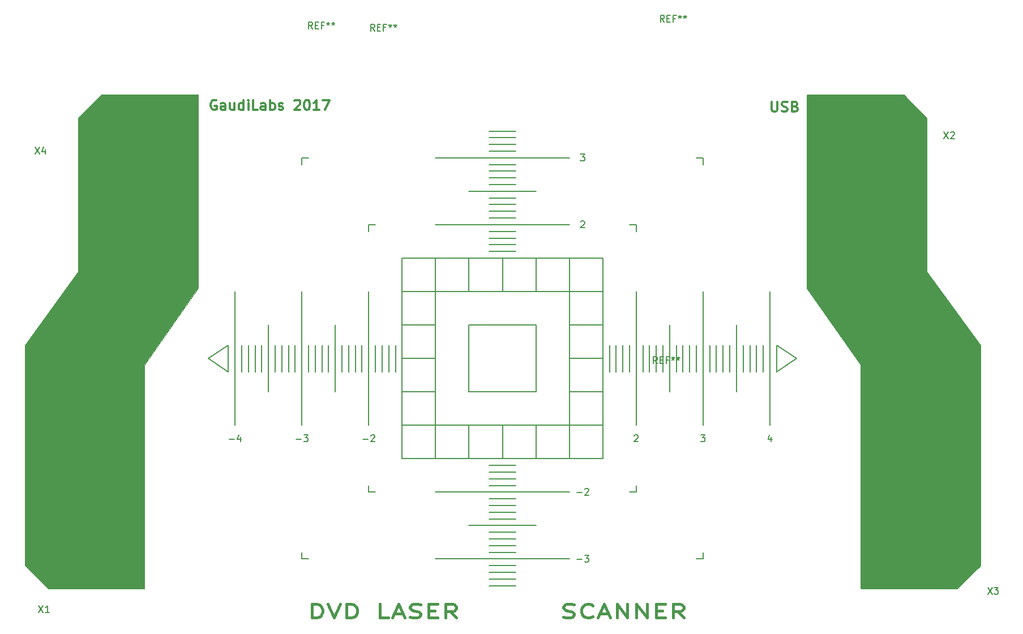
<source format=gbr>
G04 #@! TF.GenerationSoftware,KiCad,Pcbnew,5.0.2-bee76a0~70~ubuntu18.04.1*
G04 #@! TF.CreationDate,2020-10-17T11:56:47+02:00*
G04 #@! TF.ProjectId,DVDLaserScanner,4456444c-6173-4657-9253-63616e6e6572,rev?*
G04 #@! TF.SameCoordinates,Original*
G04 #@! TF.FileFunction,Legend,Top*
G04 #@! TF.FilePolarity,Positive*
%FSLAX46Y46*%
G04 Gerber Fmt 4.6, Leading zero omitted, Abs format (unit mm)*
G04 Created by KiCad (PCBNEW 5.0.2-bee76a0~70~ubuntu18.04.1) date Sa 17 Okt 2020 11:56:47 CEST*
%MOMM*%
%LPD*%
G01*
G04 APERTURE LIST*
%ADD10C,0.300000*%
%ADD11C,0.400000*%
%ADD12C,0.150000*%
%ADD13C,0.050000*%
%ADD14C,0.100000*%
%ADD15C,0.254000*%
G04 APERTURE END LIST*
D10*
X135267142Y-41596571D02*
X135267142Y-42810857D01*
X135338571Y-42953714D01*
X135410000Y-43025142D01*
X135552857Y-43096571D01*
X135838571Y-43096571D01*
X135981428Y-43025142D01*
X136052857Y-42953714D01*
X136124285Y-42810857D01*
X136124285Y-41596571D01*
X136767142Y-43025142D02*
X136981428Y-43096571D01*
X137338571Y-43096571D01*
X137481428Y-43025142D01*
X137552857Y-42953714D01*
X137624285Y-42810857D01*
X137624285Y-42668000D01*
X137552857Y-42525142D01*
X137481428Y-42453714D01*
X137338571Y-42382285D01*
X137052857Y-42310857D01*
X136910000Y-42239428D01*
X136838571Y-42168000D01*
X136767142Y-42025142D01*
X136767142Y-41882285D01*
X136838571Y-41739428D01*
X136910000Y-41668000D01*
X137052857Y-41596571D01*
X137410000Y-41596571D01*
X137624285Y-41668000D01*
X138767142Y-42310857D02*
X138981428Y-42382285D01*
X139052857Y-42453714D01*
X139124285Y-42596571D01*
X139124285Y-42810857D01*
X139052857Y-42953714D01*
X138981428Y-43025142D01*
X138838571Y-43096571D01*
X138267142Y-43096571D01*
X138267142Y-41596571D01*
X138767142Y-41596571D01*
X138910000Y-41668000D01*
X138981428Y-41739428D01*
X139052857Y-41882285D01*
X139052857Y-42025142D01*
X138981428Y-42168000D01*
X138910000Y-42239428D01*
X138767142Y-42310857D01*
X138267142Y-42310857D01*
X52198000Y-41414000D02*
X52055142Y-41342571D01*
X51840857Y-41342571D01*
X51626571Y-41414000D01*
X51483714Y-41556857D01*
X51412285Y-41699714D01*
X51340857Y-41985428D01*
X51340857Y-42199714D01*
X51412285Y-42485428D01*
X51483714Y-42628285D01*
X51626571Y-42771142D01*
X51840857Y-42842571D01*
X51983714Y-42842571D01*
X52198000Y-42771142D01*
X52269428Y-42699714D01*
X52269428Y-42199714D01*
X51983714Y-42199714D01*
X53555142Y-42842571D02*
X53555142Y-42056857D01*
X53483714Y-41914000D01*
X53340857Y-41842571D01*
X53055142Y-41842571D01*
X52912285Y-41914000D01*
X53555142Y-42771142D02*
X53412285Y-42842571D01*
X53055142Y-42842571D01*
X52912285Y-42771142D01*
X52840857Y-42628285D01*
X52840857Y-42485428D01*
X52912285Y-42342571D01*
X53055142Y-42271142D01*
X53412285Y-42271142D01*
X53555142Y-42199714D01*
X54912285Y-41842571D02*
X54912285Y-42842571D01*
X54269428Y-41842571D02*
X54269428Y-42628285D01*
X54340857Y-42771142D01*
X54483714Y-42842571D01*
X54698000Y-42842571D01*
X54840857Y-42771142D01*
X54912285Y-42699714D01*
X56269428Y-42842571D02*
X56269428Y-41342571D01*
X56269428Y-42771142D02*
X56126571Y-42842571D01*
X55840857Y-42842571D01*
X55698000Y-42771142D01*
X55626571Y-42699714D01*
X55555142Y-42556857D01*
X55555142Y-42128285D01*
X55626571Y-41985428D01*
X55698000Y-41914000D01*
X55840857Y-41842571D01*
X56126571Y-41842571D01*
X56269428Y-41914000D01*
X56983714Y-42842571D02*
X56983714Y-41842571D01*
X56983714Y-41342571D02*
X56912285Y-41414000D01*
X56983714Y-41485428D01*
X57055142Y-41414000D01*
X56983714Y-41342571D01*
X56983714Y-41485428D01*
X58412285Y-42842571D02*
X57698000Y-42842571D01*
X57698000Y-41342571D01*
X59555142Y-42842571D02*
X59555142Y-42056857D01*
X59483714Y-41914000D01*
X59340857Y-41842571D01*
X59055142Y-41842571D01*
X58912285Y-41914000D01*
X59555142Y-42771142D02*
X59412285Y-42842571D01*
X59055142Y-42842571D01*
X58912285Y-42771142D01*
X58840857Y-42628285D01*
X58840857Y-42485428D01*
X58912285Y-42342571D01*
X59055142Y-42271142D01*
X59412285Y-42271142D01*
X59555142Y-42199714D01*
X60269428Y-42842571D02*
X60269428Y-41342571D01*
X60269428Y-41914000D02*
X60412285Y-41842571D01*
X60698000Y-41842571D01*
X60840857Y-41914000D01*
X60912285Y-41985428D01*
X60983714Y-42128285D01*
X60983714Y-42556857D01*
X60912285Y-42699714D01*
X60840857Y-42771142D01*
X60698000Y-42842571D01*
X60412285Y-42842571D01*
X60269428Y-42771142D01*
X61555142Y-42771142D02*
X61698000Y-42842571D01*
X61983714Y-42842571D01*
X62126571Y-42771142D01*
X62198000Y-42628285D01*
X62198000Y-42556857D01*
X62126571Y-42414000D01*
X61983714Y-42342571D01*
X61769428Y-42342571D01*
X61626571Y-42271142D01*
X61555142Y-42128285D01*
X61555142Y-42056857D01*
X61626571Y-41914000D01*
X61769428Y-41842571D01*
X61983714Y-41842571D01*
X62126571Y-41914000D01*
X63912285Y-41485428D02*
X63983714Y-41414000D01*
X64126571Y-41342571D01*
X64483714Y-41342571D01*
X64626571Y-41414000D01*
X64698000Y-41485428D01*
X64769428Y-41628285D01*
X64769428Y-41771142D01*
X64698000Y-41985428D01*
X63840857Y-42842571D01*
X64769428Y-42842571D01*
X65698000Y-41342571D02*
X65840857Y-41342571D01*
X65983714Y-41414000D01*
X66055142Y-41485428D01*
X66126571Y-41628285D01*
X66198000Y-41914000D01*
X66198000Y-42271142D01*
X66126571Y-42556857D01*
X66055142Y-42699714D01*
X65983714Y-42771142D01*
X65840857Y-42842571D01*
X65698000Y-42842571D01*
X65555142Y-42771142D01*
X65483714Y-42699714D01*
X65412285Y-42556857D01*
X65340857Y-42271142D01*
X65340857Y-41914000D01*
X65412285Y-41628285D01*
X65483714Y-41485428D01*
X65555142Y-41414000D01*
X65698000Y-41342571D01*
X67626571Y-42842571D02*
X66769428Y-42842571D01*
X67198000Y-42842571D02*
X67198000Y-41342571D01*
X67055142Y-41556857D01*
X66912285Y-41699714D01*
X66769428Y-41771142D01*
X68126571Y-41342571D02*
X69126571Y-41342571D01*
X68483714Y-42842571D01*
D11*
X66500666Y-118760761D02*
X66500666Y-116760761D01*
X67167333Y-116760761D01*
X67567333Y-116856000D01*
X67833999Y-117046476D01*
X67967333Y-117236952D01*
X68100666Y-117617904D01*
X68100666Y-117903619D01*
X67967333Y-118284571D01*
X67833999Y-118475047D01*
X67567333Y-118665523D01*
X67167333Y-118760761D01*
X66500666Y-118760761D01*
X68900666Y-116760761D02*
X69833999Y-118760761D01*
X70767333Y-116760761D01*
X71700666Y-118760761D02*
X71700666Y-116760761D01*
X72367333Y-116760761D01*
X72767333Y-116856000D01*
X73034000Y-117046476D01*
X73167333Y-117236952D01*
X73300666Y-117617904D01*
X73300666Y-117903619D01*
X73167333Y-118284571D01*
X73034000Y-118475047D01*
X72767333Y-118665523D01*
X72367333Y-118760761D01*
X71700666Y-118760761D01*
X77967333Y-118760761D02*
X76633999Y-118760761D01*
X76633999Y-116760761D01*
X78767333Y-118189333D02*
X80100666Y-118189333D01*
X78500666Y-118760761D02*
X79433999Y-116760761D01*
X80367333Y-118760761D01*
X81167333Y-118665523D02*
X81567333Y-118760761D01*
X82233999Y-118760761D01*
X82500666Y-118665523D01*
X82633999Y-118570285D01*
X82767333Y-118379809D01*
X82767333Y-118189333D01*
X82633999Y-117998857D01*
X82500666Y-117903619D01*
X82233999Y-117808380D01*
X81700666Y-117713142D01*
X81433999Y-117617904D01*
X81300666Y-117522666D01*
X81167333Y-117332190D01*
X81167333Y-117141714D01*
X81300666Y-116951238D01*
X81433999Y-116856000D01*
X81700666Y-116760761D01*
X82367333Y-116760761D01*
X82767333Y-116856000D01*
X83967333Y-117713142D02*
X84900666Y-117713142D01*
X85300666Y-118760761D02*
X83967333Y-118760761D01*
X83967333Y-116760761D01*
X85300666Y-116760761D01*
X88100666Y-118760761D02*
X87167333Y-117808380D01*
X86500666Y-118760761D02*
X86500666Y-116760761D01*
X87567333Y-116760761D01*
X87833999Y-116856000D01*
X87967333Y-116951238D01*
X88100666Y-117141714D01*
X88100666Y-117427428D01*
X87967333Y-117617904D01*
X87833999Y-117713142D01*
X87567333Y-117808380D01*
X86500666Y-117808380D01*
X104100666Y-118665523D02*
X104500666Y-118760761D01*
X105167333Y-118760761D01*
X105433999Y-118665523D01*
X105567333Y-118570285D01*
X105700666Y-118379809D01*
X105700666Y-118189333D01*
X105567333Y-117998857D01*
X105433999Y-117903619D01*
X105167333Y-117808380D01*
X104633999Y-117713142D01*
X104367333Y-117617904D01*
X104233999Y-117522666D01*
X104100666Y-117332190D01*
X104100666Y-117141714D01*
X104233999Y-116951238D01*
X104367333Y-116856000D01*
X104633999Y-116760761D01*
X105300666Y-116760761D01*
X105700666Y-116856000D01*
X108500666Y-118570285D02*
X108367333Y-118665523D01*
X107967333Y-118760761D01*
X107700666Y-118760761D01*
X107300666Y-118665523D01*
X107033999Y-118475047D01*
X106900666Y-118284571D01*
X106767333Y-117903619D01*
X106767333Y-117617904D01*
X106900666Y-117236952D01*
X107033999Y-117046476D01*
X107300666Y-116856000D01*
X107700666Y-116760761D01*
X107967333Y-116760761D01*
X108367333Y-116856000D01*
X108500666Y-116951238D01*
X109567333Y-118189333D02*
X110900666Y-118189333D01*
X109300666Y-118760761D02*
X110233999Y-116760761D01*
X111167333Y-118760761D01*
X112100666Y-118760761D02*
X112100666Y-116760761D01*
X113700666Y-118760761D01*
X113700666Y-116760761D01*
X115033999Y-118760761D02*
X115033999Y-116760761D01*
X116633999Y-118760761D01*
X116633999Y-116760761D01*
X117967333Y-117713142D02*
X118900666Y-117713142D01*
X119300666Y-118760761D02*
X117967333Y-118760761D01*
X117967333Y-116760761D01*
X119300666Y-116760761D01*
X122100666Y-118760761D02*
X121167333Y-117808380D01*
X120500666Y-118760761D02*
X120500666Y-116760761D01*
X121567333Y-116760761D01*
X121834000Y-116856000D01*
X121967333Y-116951238D01*
X122100666Y-117141714D01*
X122100666Y-117427428D01*
X121967333Y-117617904D01*
X121834000Y-117713142D01*
X121567333Y-117808380D01*
X120500666Y-117808380D01*
D12*
G04 #@! TO.C,REF\002A\002A*
X85000000Y-85000000D02*
X80000000Y-85000000D01*
X85000000Y-80000000D02*
X80000000Y-80000000D01*
X85000000Y-75000000D02*
X80000000Y-75000000D01*
X85000000Y-70000000D02*
X80000000Y-70000000D01*
X85000000Y-70000000D02*
X85000000Y-65000000D01*
X90000000Y-70000000D02*
X90000000Y-65000000D01*
X95000000Y-70000000D02*
X95000000Y-65000000D01*
X100000000Y-70000000D02*
X100000000Y-65000000D01*
X105000000Y-70000000D02*
X105000000Y-65000000D01*
X105000000Y-70000000D02*
X110000000Y-70000000D01*
X105000000Y-75000000D02*
X110000000Y-75000000D01*
X105000000Y-80000000D02*
X110000000Y-80000000D01*
X105000000Y-85000000D02*
X110000000Y-85000000D01*
X105000000Y-90000000D02*
X110000000Y-90000000D01*
X105000000Y-90000000D02*
X105000000Y-95000000D01*
X100000000Y-90000000D02*
X100000000Y-95000000D01*
X95000000Y-90000000D02*
X95000000Y-95000000D01*
X90000000Y-90000000D02*
X90000000Y-95000000D01*
X80000000Y-90000000D02*
X85000000Y-90000000D01*
X85000000Y-90000000D02*
X85000000Y-95000000D01*
X93000000Y-114000000D02*
X97000000Y-114000000D01*
X93000000Y-113000000D02*
X97000000Y-113000000D01*
X93000000Y-112000000D02*
X97000000Y-112000000D01*
X93000000Y-111000000D02*
X97000000Y-111000000D01*
X136000000Y-78000000D02*
X136000000Y-82000000D01*
X136000000Y-82000000D02*
X139000000Y-80000000D01*
X139000000Y-80000000D02*
X136000000Y-78000000D01*
X54000000Y-78000000D02*
X54000000Y-82000000D01*
X54000000Y-82000000D02*
X51000000Y-80000000D01*
X51000000Y-80000000D02*
X54000000Y-78000000D01*
X55000000Y-70000000D02*
X55000000Y-90000000D01*
X56000000Y-78000000D02*
X56000000Y-82000000D01*
X57000000Y-78000000D02*
X57000000Y-82000000D01*
X58000000Y-78000000D02*
X58000000Y-82000000D01*
X59000000Y-78000000D02*
X59000000Y-82000000D01*
X135000000Y-70000000D02*
X135000000Y-90000000D01*
X134000000Y-78000000D02*
X134000000Y-82000000D01*
X133000000Y-78000000D02*
X133000000Y-82000000D01*
X132000000Y-78000000D02*
X132000000Y-82000000D01*
X131000000Y-78000000D02*
X131000000Y-82000000D01*
X65000000Y-51000000D02*
X65000000Y-50000000D01*
X65000000Y-50000000D02*
X66000000Y-50000000D01*
X75000000Y-61000000D02*
X75000000Y-60000000D01*
X75000000Y-60000000D02*
X76000000Y-60000000D01*
X65000000Y-109000000D02*
X65000000Y-110000000D01*
X65000000Y-110000000D02*
X66000000Y-110000000D01*
X75000000Y-99000000D02*
X75000000Y-100000000D01*
X75000000Y-100000000D02*
X76000000Y-100000000D01*
X61000000Y-82000000D02*
X61000000Y-78000000D01*
X62000000Y-78000000D02*
X62000000Y-82000000D01*
X63000000Y-78000000D02*
X63000000Y-82000000D01*
X64000000Y-82000000D02*
X64000000Y-78000000D01*
X66000000Y-78000000D02*
X66000000Y-82000000D01*
X67000000Y-82000000D02*
X67000000Y-78000000D01*
X68000000Y-78000000D02*
X68000000Y-82000000D01*
X69000000Y-78000000D02*
X69000000Y-82000000D01*
X72000000Y-82000000D02*
X72000000Y-78000000D01*
X71000000Y-78000000D02*
X71000000Y-82000000D01*
X73000000Y-82000000D02*
X73000000Y-78000000D01*
X74000000Y-78000000D02*
X74000000Y-82000000D01*
X76000000Y-82000000D02*
X76000000Y-78000000D01*
X77000000Y-78000000D02*
X77000000Y-82000000D01*
X78000000Y-82000000D02*
X78000000Y-78000000D01*
X79000000Y-78000000D02*
X79000000Y-82000000D01*
X124000000Y-110000000D02*
X125000000Y-110000000D01*
X125000000Y-110000000D02*
X125000000Y-109000000D01*
X114000000Y-100000000D02*
X115000000Y-100000000D01*
X115000000Y-100000000D02*
X115000000Y-99000000D01*
X97000000Y-109000000D02*
X93000000Y-109000000D01*
X93000000Y-108000000D02*
X97000000Y-108000000D01*
X97000000Y-107000000D02*
X93000000Y-107000000D01*
X93000000Y-106000000D02*
X97000000Y-106000000D01*
X97000000Y-104000000D02*
X93000000Y-104000000D01*
X93000000Y-103000000D02*
X97000000Y-103000000D01*
X97000000Y-102000000D02*
X93000000Y-102000000D01*
X93000000Y-101000000D02*
X97000000Y-101000000D01*
X93000000Y-99000000D02*
X97000000Y-99000000D01*
X97000000Y-98000000D02*
X93000000Y-98000000D01*
X93000000Y-97000000D02*
X97000000Y-97000000D01*
X129000000Y-82000000D02*
X129000000Y-78000000D01*
X128000000Y-78000000D02*
X128000000Y-82000000D01*
X127000000Y-82000000D02*
X127000000Y-78000000D01*
X126000000Y-78000000D02*
X126000000Y-82000000D01*
X124000000Y-82000000D02*
X124000000Y-78000000D01*
X123000000Y-78000000D02*
X123000000Y-82000000D01*
X122000000Y-82000000D02*
X122000000Y-78000000D01*
X121000000Y-78000000D02*
X121000000Y-82000000D01*
X119000000Y-82000000D02*
X119000000Y-78000000D01*
X118000000Y-78000000D02*
X118000000Y-82000000D01*
X117000000Y-82000000D02*
X117000000Y-78000000D01*
X116000000Y-78000000D02*
X116000000Y-82000000D01*
X114000000Y-82000000D02*
X114000000Y-78000000D01*
X113000000Y-78000000D02*
X113000000Y-82000000D01*
X112000000Y-82000000D02*
X112000000Y-78000000D01*
X111000000Y-78000000D02*
X111000000Y-82000000D01*
X93000000Y-96000000D02*
X97000000Y-96000000D01*
X124000000Y-50000000D02*
X125000000Y-50000000D01*
X125000000Y-50000000D02*
X125000000Y-51000000D01*
X115000000Y-60000000D02*
X115000000Y-61000000D01*
X114000000Y-60000000D02*
X115000000Y-60000000D01*
X93000000Y-46000000D02*
X97000000Y-46000000D01*
X93000000Y-47000000D02*
X97000000Y-47000000D01*
X93000000Y-48000000D02*
X97000000Y-48000000D01*
X93000000Y-49000000D02*
X97000000Y-49000000D01*
X93000000Y-51000000D02*
X97000000Y-51000000D01*
X93000000Y-52000000D02*
X97000000Y-52000000D01*
X93000000Y-53000000D02*
X97000000Y-53000000D01*
X93000000Y-54000000D02*
X97000000Y-54000000D01*
X93000000Y-56000000D02*
X97000000Y-56000000D01*
X93000000Y-57000000D02*
X97000000Y-57000000D01*
X93000000Y-58000000D02*
X97000000Y-58000000D01*
X93000000Y-59000000D02*
X97000000Y-59000000D01*
X93000000Y-61000000D02*
X97000000Y-61000000D01*
X93000000Y-62000000D02*
X97000000Y-62000000D01*
X93000000Y-63000000D02*
X97000000Y-63000000D01*
X93000000Y-64000000D02*
X97000000Y-64000000D01*
X60000000Y-75000000D02*
X60000000Y-85000000D01*
X65000000Y-70000000D02*
X65000000Y-90000000D01*
X70000000Y-75000000D02*
X70000000Y-85000000D01*
X75000000Y-70000000D02*
X75000000Y-90000000D01*
X85000000Y-110000000D02*
X105000000Y-110000000D01*
X90000000Y-105000000D02*
X100000000Y-105000000D01*
X85000000Y-100000000D02*
X105000000Y-100000000D01*
X130000000Y-75000000D02*
X130000000Y-85000000D01*
X125000000Y-70000000D02*
X125000000Y-90000000D01*
X120000000Y-75000000D02*
X120000000Y-85000000D01*
X115000000Y-70000000D02*
X115000000Y-90000000D01*
X85000000Y-50000000D02*
X105000000Y-50000000D01*
X90000000Y-55000000D02*
X100000000Y-55000000D01*
X85000000Y-60000000D02*
X105000000Y-60000000D01*
X80000000Y-95000000D02*
X110000000Y-95000000D01*
X110000000Y-95000000D02*
X110000000Y-65000000D01*
X110000000Y-65000000D02*
X80000000Y-65000000D01*
X80000000Y-65000000D02*
X80000000Y-95000000D01*
X85000000Y-70000000D02*
X85000000Y-90000000D01*
X85000000Y-90000000D02*
X105000000Y-90000000D01*
X105000000Y-90000000D02*
X105000000Y-70000000D01*
X105000000Y-70000000D02*
X85000000Y-70000000D01*
X90000000Y-75000000D02*
X90000000Y-85000000D01*
X90000000Y-85000000D02*
X100000000Y-85000000D01*
X100000000Y-85000000D02*
X100000000Y-75000000D01*
X100000000Y-75000000D02*
X90000000Y-75000000D01*
D13*
G04 #@! TO.C,D1*
X151079600Y-52552600D02*
X151079600Y-53060600D01*
X152704400Y-52552600D02*
X152704400Y-53060600D01*
G04 #@! TO.C,D2*
X154889600Y-52552600D02*
X154889600Y-53060600D01*
X156514400Y-52552600D02*
X156514400Y-53060600D01*
G04 #@! TO.C,SW1*
X156103553Y-94250000D02*
G75*
G03X156103553Y-94250000I-353553J0D01*
G01*
X160603553Y-94250000D02*
G75*
G03X160603553Y-94250000I-353553J0D01*
G01*
X160603553Y-89750000D02*
G75*
G03X160603553Y-89750000I-353553J0D01*
G01*
X156103553Y-89750000D02*
G75*
G03X156103553Y-89750000I-353553J0D01*
G01*
X161000000Y-94500000D02*
X162000000Y-94500000D01*
X162000000Y-94500000D02*
X162000000Y-94000000D01*
X162000000Y-94000000D02*
X161000000Y-94000000D01*
X155000000Y-94000000D02*
X154000000Y-94000000D01*
X154000000Y-94000000D02*
X154000000Y-94500000D01*
X154000000Y-94500000D02*
X155000000Y-94500000D01*
X155000000Y-89500000D02*
X154000000Y-89500000D01*
X154000000Y-89500000D02*
X154000000Y-90000000D01*
X154000000Y-90000000D02*
X155000000Y-90000000D01*
X161000000Y-89500000D02*
X162000000Y-89500000D01*
X162000000Y-89500000D02*
X162000000Y-90000000D01*
X161000000Y-90000000D02*
X162000000Y-90000000D01*
X161000000Y-89000000D02*
X161000000Y-95000000D01*
X161000000Y-95000000D02*
X155000000Y-95000000D01*
X155000000Y-95000000D02*
X155000000Y-89000000D01*
X159749200Y-92000000D02*
G75*
G03X159749200Y-92000000I-1749200J0D01*
G01*
X155000000Y-89000000D02*
X161000000Y-89000000D01*
G04 #@! TO.C,REF\002A\002A*
D12*
X75882666Y-31012380D02*
X75549333Y-30536190D01*
X75311238Y-31012380D02*
X75311238Y-30012380D01*
X75692190Y-30012380D01*
X75787428Y-30060000D01*
X75835047Y-30107619D01*
X75882666Y-30202857D01*
X75882666Y-30345714D01*
X75835047Y-30440952D01*
X75787428Y-30488571D01*
X75692190Y-30536190D01*
X75311238Y-30536190D01*
X76311238Y-30488571D02*
X76644571Y-30488571D01*
X76787428Y-31012380D02*
X76311238Y-31012380D01*
X76311238Y-30012380D01*
X76787428Y-30012380D01*
X77549333Y-30488571D02*
X77216000Y-30488571D01*
X77216000Y-31012380D02*
X77216000Y-30012380D01*
X77692190Y-30012380D01*
X78216000Y-30012380D02*
X78216000Y-30250476D01*
X77977904Y-30155238D02*
X78216000Y-30250476D01*
X78454095Y-30155238D01*
X78073142Y-30440952D02*
X78216000Y-30250476D01*
X78358857Y-30440952D01*
X78977904Y-30012380D02*
X78977904Y-30250476D01*
X78739809Y-30155238D02*
X78977904Y-30250476D01*
X79216000Y-30155238D01*
X78835047Y-30440952D02*
X78977904Y-30250476D01*
X79120761Y-30440952D01*
X54142857Y-92071428D02*
X54904761Y-92071428D01*
X55809523Y-91785714D02*
X55809523Y-92452380D01*
X55571428Y-91404761D02*
X55333333Y-92119047D01*
X55952380Y-92119047D01*
X64142857Y-92071428D02*
X64904761Y-92071428D01*
X65285714Y-91452380D02*
X65904761Y-91452380D01*
X65571428Y-91833333D01*
X65714285Y-91833333D01*
X65809523Y-91880952D01*
X65857142Y-91928571D01*
X65904761Y-92023809D01*
X65904761Y-92261904D01*
X65857142Y-92357142D01*
X65809523Y-92404761D01*
X65714285Y-92452380D01*
X65428571Y-92452380D01*
X65333333Y-92404761D01*
X65285714Y-92357142D01*
X74142857Y-92071428D02*
X74904761Y-92071428D01*
X75333333Y-91547619D02*
X75380952Y-91500000D01*
X75476190Y-91452380D01*
X75714285Y-91452380D01*
X75809523Y-91500000D01*
X75857142Y-91547619D01*
X75904761Y-91642857D01*
X75904761Y-91738095D01*
X75857142Y-91880952D01*
X75285714Y-92452380D01*
X75904761Y-92452380D01*
X106142857Y-110071428D02*
X106904761Y-110071428D01*
X107285714Y-109452380D02*
X107904761Y-109452380D01*
X107571428Y-109833333D01*
X107714285Y-109833333D01*
X107809523Y-109880952D01*
X107857142Y-109928571D01*
X107904761Y-110023809D01*
X107904761Y-110261904D01*
X107857142Y-110357142D01*
X107809523Y-110404761D01*
X107714285Y-110452380D01*
X107428571Y-110452380D01*
X107333333Y-110404761D01*
X107285714Y-110357142D01*
X106142857Y-100071428D02*
X106904761Y-100071428D01*
X107333333Y-99547619D02*
X107380952Y-99500000D01*
X107476190Y-99452380D01*
X107714285Y-99452380D01*
X107809523Y-99500000D01*
X107857142Y-99547619D01*
X107904761Y-99642857D01*
X107904761Y-99738095D01*
X107857142Y-99880952D01*
X107285714Y-100452380D01*
X107904761Y-100452380D01*
X135190476Y-91785714D02*
X135190476Y-92452380D01*
X134952380Y-91404761D02*
X134714285Y-92119047D01*
X135333333Y-92119047D01*
X124666666Y-91452380D02*
X125285714Y-91452380D01*
X124952380Y-91833333D01*
X125095238Y-91833333D01*
X125190476Y-91880952D01*
X125238095Y-91928571D01*
X125285714Y-92023809D01*
X125285714Y-92261904D01*
X125238095Y-92357142D01*
X125190476Y-92404761D01*
X125095238Y-92452380D01*
X124809523Y-92452380D01*
X124714285Y-92404761D01*
X124666666Y-92357142D01*
X114714285Y-91547619D02*
X114761904Y-91500000D01*
X114857142Y-91452380D01*
X115095238Y-91452380D01*
X115190476Y-91500000D01*
X115238095Y-91547619D01*
X115285714Y-91642857D01*
X115285714Y-91738095D01*
X115238095Y-91880952D01*
X114666666Y-92452380D01*
X115285714Y-92452380D01*
X106666666Y-49452380D02*
X107285714Y-49452380D01*
X106952380Y-49833333D01*
X107095238Y-49833333D01*
X107190476Y-49880952D01*
X107238095Y-49928571D01*
X107285714Y-50023809D01*
X107285714Y-50261904D01*
X107238095Y-50357142D01*
X107190476Y-50404761D01*
X107095238Y-50452380D01*
X106809523Y-50452380D01*
X106714285Y-50404761D01*
X106666666Y-50357142D01*
X106714285Y-59547619D02*
X106761904Y-59500000D01*
X106857142Y-59452380D01*
X107095238Y-59452380D01*
X107190476Y-59500000D01*
X107238095Y-59547619D01*
X107285714Y-59642857D01*
X107285714Y-59738095D01*
X107238095Y-59880952D01*
X106666666Y-60452380D01*
X107285714Y-60452380D01*
G04 #@! TO.C,X1*
X25650476Y-116972380D02*
X26317142Y-117972380D01*
X26317142Y-116972380D02*
X25650476Y-117972380D01*
X27221904Y-117972380D02*
X26650476Y-117972380D01*
X26936190Y-117972380D02*
X26936190Y-116972380D01*
X26840952Y-117115238D01*
X26745714Y-117210476D01*
X26650476Y-117258095D01*
G04 #@! TO.C,X2*
X161020476Y-46112380D02*
X161687142Y-47112380D01*
X161687142Y-46112380D02*
X161020476Y-47112380D01*
X162020476Y-46207619D02*
X162068095Y-46160000D01*
X162163333Y-46112380D01*
X162401428Y-46112380D01*
X162496666Y-46160000D01*
X162544285Y-46207619D01*
X162591904Y-46302857D01*
X162591904Y-46398095D01*
X162544285Y-46540952D01*
X161972857Y-47112380D01*
X162591904Y-47112380D01*
G04 #@! TO.C,X3*
X167575476Y-114260380D02*
X168242142Y-115260380D01*
X168242142Y-114260380D02*
X167575476Y-115260380D01*
X168527857Y-114260380D02*
X169146904Y-114260380D01*
X168813571Y-114641333D01*
X168956428Y-114641333D01*
X169051666Y-114688952D01*
X169099285Y-114736571D01*
X169146904Y-114831809D01*
X169146904Y-115069904D01*
X169099285Y-115165142D01*
X169051666Y-115212761D01*
X168956428Y-115260380D01*
X168670714Y-115260380D01*
X168575476Y-115212761D01*
X168527857Y-115165142D01*
G04 #@! TO.C,X4*
X25120476Y-48402380D02*
X25787142Y-49402380D01*
X25787142Y-48402380D02*
X25120476Y-49402380D01*
X26596666Y-48735714D02*
X26596666Y-49402380D01*
X26358571Y-48354761D02*
X26120476Y-49069047D01*
X26739523Y-49069047D01*
G04 #@! TO.C,D1*
X151026904Y-50591980D02*
X151026904Y-49591980D01*
X151265000Y-49591980D01*
X151407857Y-49639600D01*
X151503095Y-49734838D01*
X151550714Y-49830076D01*
X151598333Y-50020552D01*
X151598333Y-50163409D01*
X151550714Y-50353885D01*
X151503095Y-50449123D01*
X151407857Y-50544361D01*
X151265000Y-50591980D01*
X151026904Y-50591980D01*
X152550714Y-50591980D02*
X151979285Y-50591980D01*
X152265000Y-50591980D02*
X152265000Y-49591980D01*
X152169761Y-49734838D01*
X152074523Y-49830076D01*
X151979285Y-49877695D01*
G04 #@! TO.C,D2*
X154836904Y-50591980D02*
X154836904Y-49591980D01*
X155075000Y-49591980D01*
X155217857Y-49639600D01*
X155313095Y-49734838D01*
X155360714Y-49830076D01*
X155408333Y-50020552D01*
X155408333Y-50163409D01*
X155360714Y-50353885D01*
X155313095Y-50449123D01*
X155217857Y-50544361D01*
X155075000Y-50591980D01*
X154836904Y-50591980D01*
X155789285Y-49687219D02*
X155836904Y-49639600D01*
X155932142Y-49591980D01*
X156170238Y-49591980D01*
X156265476Y-49639600D01*
X156313095Y-49687219D01*
X156360714Y-49782457D01*
X156360714Y-49877695D01*
X156313095Y-50020552D01*
X155741666Y-50591980D01*
X156360714Y-50591980D01*
G04 #@! TO.C,REF\002A\002A*
X66596666Y-30688380D02*
X66263333Y-30212190D01*
X66025238Y-30688380D02*
X66025238Y-29688380D01*
X66406190Y-29688380D01*
X66501428Y-29736000D01*
X66549047Y-29783619D01*
X66596666Y-29878857D01*
X66596666Y-30021714D01*
X66549047Y-30116952D01*
X66501428Y-30164571D01*
X66406190Y-30212190D01*
X66025238Y-30212190D01*
X67025238Y-30164571D02*
X67358571Y-30164571D01*
X67501428Y-30688380D02*
X67025238Y-30688380D01*
X67025238Y-29688380D01*
X67501428Y-29688380D01*
X68263333Y-30164571D02*
X67930000Y-30164571D01*
X67930000Y-30688380D02*
X67930000Y-29688380D01*
X68406190Y-29688380D01*
X68930000Y-29688380D02*
X68930000Y-29926476D01*
X68691904Y-29831238D02*
X68930000Y-29926476D01*
X69168095Y-29831238D01*
X68787142Y-30116952D02*
X68930000Y-29926476D01*
X69072857Y-30116952D01*
X69691904Y-29688380D02*
X69691904Y-29926476D01*
X69453809Y-29831238D02*
X69691904Y-29926476D01*
X69930000Y-29831238D01*
X69549047Y-30116952D02*
X69691904Y-29926476D01*
X69834761Y-30116952D01*
X119204666Y-29672380D02*
X118871333Y-29196190D01*
X118633238Y-29672380D02*
X118633238Y-28672380D01*
X119014190Y-28672380D01*
X119109428Y-28720000D01*
X119157047Y-28767619D01*
X119204666Y-28862857D01*
X119204666Y-29005714D01*
X119157047Y-29100952D01*
X119109428Y-29148571D01*
X119014190Y-29196190D01*
X118633238Y-29196190D01*
X119633238Y-29148571D02*
X119966571Y-29148571D01*
X120109428Y-29672380D02*
X119633238Y-29672380D01*
X119633238Y-28672380D01*
X120109428Y-28672380D01*
X120871333Y-29148571D02*
X120538000Y-29148571D01*
X120538000Y-29672380D02*
X120538000Y-28672380D01*
X121014190Y-28672380D01*
X121538000Y-28672380D02*
X121538000Y-28910476D01*
X121299904Y-28815238D02*
X121538000Y-28910476D01*
X121776095Y-28815238D01*
X121395142Y-29100952D02*
X121538000Y-28910476D01*
X121680857Y-29100952D01*
X122299904Y-28672380D02*
X122299904Y-28910476D01*
X122061809Y-28815238D02*
X122299904Y-28910476D01*
X122538000Y-28815238D01*
X122157047Y-29100952D02*
X122299904Y-28910476D01*
X122442761Y-29100952D01*
G04 #@! TO.C,SW1*
X157166666Y-87904761D02*
X157309523Y-87952380D01*
X157547619Y-87952380D01*
X157642857Y-87904761D01*
X157690476Y-87857142D01*
X157738095Y-87761904D01*
X157738095Y-87666666D01*
X157690476Y-87571428D01*
X157642857Y-87523809D01*
X157547619Y-87476190D01*
X157357142Y-87428571D01*
X157261904Y-87380952D01*
X157214285Y-87333333D01*
X157166666Y-87238095D01*
X157166666Y-87142857D01*
X157214285Y-87047619D01*
X157261904Y-87000000D01*
X157357142Y-86952380D01*
X157595238Y-86952380D01*
X157738095Y-87000000D01*
X158071428Y-86952380D02*
X158309523Y-87952380D01*
X158500000Y-87238095D01*
X158690476Y-87952380D01*
X158928571Y-86952380D01*
X159833333Y-87952380D02*
X159261904Y-87952380D01*
X159547619Y-87952380D02*
X159547619Y-86952380D01*
X159452380Y-87095238D01*
X159357142Y-87190476D01*
X159261904Y-87238095D01*
G04 #@! TO.C,REF\002A\002A*
X118166666Y-80772260D02*
X117833333Y-80296070D01*
X117595238Y-80772260D02*
X117595238Y-79772260D01*
X117976190Y-79772260D01*
X118071428Y-79819880D01*
X118119047Y-79867499D01*
X118166666Y-79962737D01*
X118166666Y-80105594D01*
X118119047Y-80200832D01*
X118071428Y-80248451D01*
X117976190Y-80296070D01*
X117595238Y-80296070D01*
X118595238Y-80248451D02*
X118928571Y-80248451D01*
X119071428Y-80772260D02*
X118595238Y-80772260D01*
X118595238Y-79772260D01*
X119071428Y-79772260D01*
X119833333Y-80248451D02*
X119500000Y-80248451D01*
X119500000Y-80772260D02*
X119500000Y-79772260D01*
X119976190Y-79772260D01*
X120500000Y-79772260D02*
X120500000Y-80010356D01*
X120261904Y-79915118D02*
X120500000Y-80010356D01*
X120738095Y-79915118D01*
X120357142Y-80200832D02*
X120500000Y-80010356D01*
X120642857Y-80200832D01*
X121261904Y-79772260D02*
X121261904Y-80010356D01*
X121023809Y-79915118D02*
X121261904Y-80010356D01*
X121500000Y-79915118D01*
X121119047Y-80200832D02*
X121261904Y-80010356D01*
X121404761Y-80200832D01*
G04 #@! TD*
D14*
G36*
X49450000Y-69484320D02*
X41458955Y-80971447D01*
X41451152Y-80989328D01*
X41450000Y-81000000D01*
X41450000Y-114450000D01*
X27020710Y-114450000D01*
X23550000Y-110979290D01*
X23550000Y-78016260D01*
X31540437Y-67029409D01*
X31548613Y-67011695D01*
X31550000Y-67000000D01*
X31550000Y-44020710D01*
X35020710Y-40550000D01*
X49450000Y-40550000D01*
X49450000Y-69484320D01*
X49450000Y-69484320D01*
G37*
X49450000Y-69484320D02*
X41458955Y-80971447D01*
X41451152Y-80989328D01*
X41450000Y-81000000D01*
X41450000Y-114450000D01*
X27020710Y-114450000D01*
X23550000Y-110979290D01*
X23550000Y-78016260D01*
X31540437Y-67029409D01*
X31548613Y-67011695D01*
X31550000Y-67000000D01*
X31550000Y-44020710D01*
X35020710Y-40550000D01*
X49450000Y-40550000D01*
X49450000Y-69484320D01*
D15*
G36*
X158373000Y-44052606D02*
X158373000Y-67000000D01*
X158382667Y-67048601D01*
X158397291Y-67074698D01*
X166373000Y-78041298D01*
X166373000Y-110947394D01*
X162947394Y-114373000D01*
X148627000Y-114373000D01*
X148627000Y-81000000D01*
X148617333Y-80951399D01*
X148604255Y-80927475D01*
X140627000Y-69460171D01*
X140627000Y-40627000D01*
X154947394Y-40627000D01*
X158373000Y-44052606D01*
X158373000Y-44052606D01*
G37*
X158373000Y-44052606D02*
X158373000Y-67000000D01*
X158382667Y-67048601D01*
X158397291Y-67074698D01*
X166373000Y-78041298D01*
X166373000Y-110947394D01*
X162947394Y-114373000D01*
X148627000Y-114373000D01*
X148627000Y-81000000D01*
X148617333Y-80951399D01*
X148604255Y-80927475D01*
X140627000Y-69460171D01*
X140627000Y-40627000D01*
X154947394Y-40627000D01*
X158373000Y-44052606D01*
M02*

</source>
